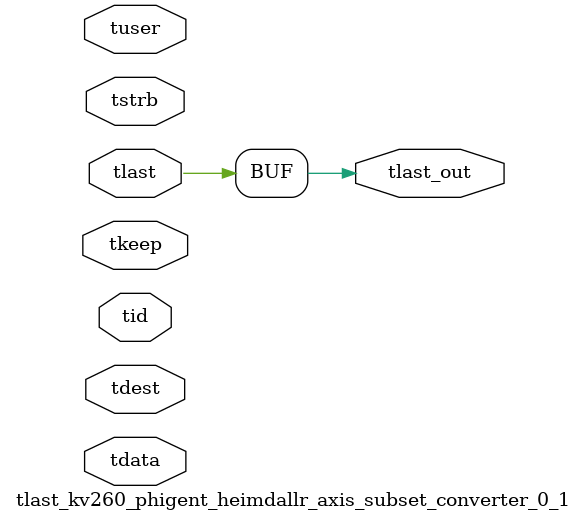
<source format=v>


`timescale 1ps/1ps

module tlast_kv260_phigent_heimdallr_axis_subset_converter_0_1 #
(
parameter C_S_AXIS_TID_WIDTH   = 1,
parameter C_S_AXIS_TUSER_WIDTH = 0,
parameter C_S_AXIS_TDATA_WIDTH = 0,
parameter C_S_AXIS_TDEST_WIDTH = 0
)
(
input  [(C_S_AXIS_TID_WIDTH   == 0 ? 1 : C_S_AXIS_TID_WIDTH)-1:0       ] tid,
input  [(C_S_AXIS_TDATA_WIDTH == 0 ? 1 : C_S_AXIS_TDATA_WIDTH)-1:0     ] tdata,
input  [(C_S_AXIS_TUSER_WIDTH == 0 ? 1 : C_S_AXIS_TUSER_WIDTH)-1:0     ] tuser,
input  [(C_S_AXIS_TDEST_WIDTH == 0 ? 1 : C_S_AXIS_TDEST_WIDTH)-1:0     ] tdest,
input  [(C_S_AXIS_TDATA_WIDTH/8)-1:0 ] tkeep,
input  [(C_S_AXIS_TDATA_WIDTH/8)-1:0 ] tstrb,
input  [0:0]                                                             tlast,
output                                                                   tlast_out
);

assign tlast_out = {tlast};

endmodule


</source>
